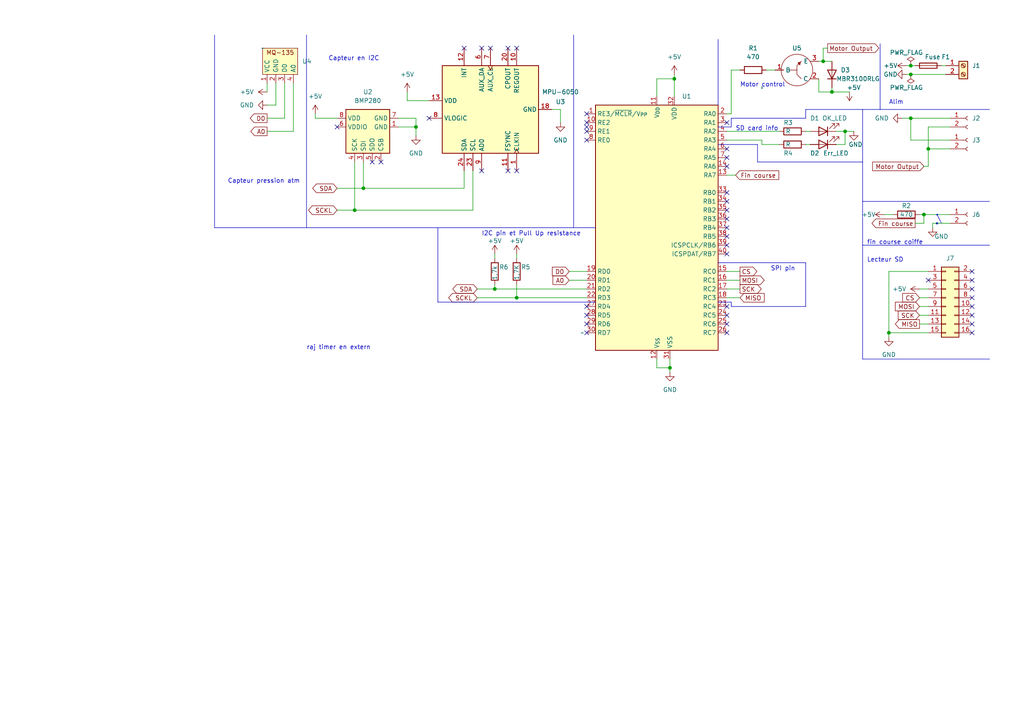
<source format=kicad_sch>
(kicad_sch (version 20230121) (generator eeschema)
  (paper "A4")
  (lib_symbols
    (symbol "Connector:Conn_01x02_Socket" (pin_names (offset 1.016) hide)
      (property "Reference" "J" (at 0 2.54 0))
      (property "Value" "Conn_01x02_Socket" (at 0 -5.08 0))
      (symbol "Conn_01x02_Socket_1_1"
        (arc (start 0 -2.032) (mid -0.5058 -2.54) (end 0 -3.048) (stroke (width 0.1524)))
        (polyline (pts (xy -1.27 -2.54) (xy -0.508 -2.54)) (stroke (width 0.1524)))
        (polyline (pts (xy -1.27 0) (xy -0.508 0)) (stroke (width 0.1524)))
        (arc (start 0 0.508) (mid -0.5058 0) (end 0 -0.508) (stroke (width 0.1524)))
        (pin passive line (at -5.08 0 0) (length 3.81) (name "Pin_1") (number "1"))
        (pin passive line (at -5.08 -2.54 0) (length 3.81) (name "Pin_2") (number "2"))
      )
    )
    (symbol "Connector:Screw_Terminal_01x02" (pin_names (offset 1.016) hide)
      (property "Reference" "J" (at 0 2.54 0))
      (property "Value" "Screw_Terminal_01x02" (at 0 -5.08 0))
      (symbol "Screw_Terminal_01x02_1_1"
        (rectangle (start -1.27 1.27) (end 1.27 -3.81) (stroke (width 0.254)) (fill (type background)))
        (circle (center 0 -2.54) (radius 0.635) (stroke (width 0.1524)))
        (polyline (pts (xy -0.5334 -2.2098) (xy 0.3302 -3.048)) (stroke (width 0.1524)))
        (polyline (pts (xy -0.5334 0.3302) (xy 0.3302 -0.508)) (stroke (width 0.1524)))
        (polyline (pts (xy -0.3556 -2.032) (xy 0.508 -2.8702)) (stroke (width 0.1524)))
        (polyline (pts (xy -0.3556 0.508) (xy 0.508 -0.3302)) (stroke (width 0.1524)))
        (circle (center 0 0) (radius 0.635) (stroke (width 0.1524)))
        (pin passive line (at -5.08 0 0) (length 3.81) (name "Pin_1") (number "1"))
        (pin passive line (at -5.08 -2.54 0) (length 3.81) (name "Pin_2") (number "2"))
      )
    )
    (symbol "Connector_Generic:Conn_02x08_Odd_Even" (pin_names (offset 1.016) hide)
      (property "Reference" "J" (at 1.27 10.16 0))
      (property "Value" "Conn_02x08_Odd_Even" (at 1.27 -12.7 0))
      (symbol "Conn_02x08_Odd_Even_1_1"
        (rectangle (start -1.27 -10.033) (end 0 -10.287) (stroke (width 0.1524)))
        (rectangle (start -1.27 -7.493) (end 0 -7.747) (stroke (width 0.1524)))
        (rectangle (start -1.27 -4.953) (end 0 -5.207) (stroke (width 0.1524)))
        (rectangle (start -1.27 -2.413) (end 0 -2.667) (stroke (width 0.1524)))
        (rectangle (start -1.27 0.127) (end 0 -0.127) (stroke (width 0.1524)))
        (rectangle (start -1.27 2.667) (end 0 2.413) (stroke (width 0.1524)))
        (rectangle (start -1.27 5.207) (end 0 4.953) (stroke (width 0.1524)))
        (rectangle (start -1.27 7.747) (end 0 7.493) (stroke (width 0.1524)))
        (rectangle (start -1.27 8.89) (end 3.81 -11.43) (stroke (width 0.254)) (fill (type background)))
        (rectangle (start 3.81 -10.033) (end 2.54 -10.287) (stroke (width 0.1524)))
        (rectangle (start 3.81 -7.493) (end 2.54 -7.747) (stroke (width 0.1524)))
        (rectangle (start 3.81 -4.953) (end 2.54 -5.207) (stroke (width 0.1524)))
        (rectangle (start 3.81 -2.413) (end 2.54 -2.667) (stroke (width 0.1524)))
        (rectangle (start 3.81 0.127) (end 2.54 -0.127) (stroke (width 0.1524)))
        (rectangle (start 3.81 2.667) (end 2.54 2.413) (stroke (width 0.1524)))
        (rectangle (start 3.81 5.207) (end 2.54 4.953) (stroke (width 0.1524)))
        (rectangle (start 3.81 7.747) (end 2.54 7.493) (stroke (width 0.1524)))
        (pin passive line (at -5.08 7.62 0) (length 3.81) (name "Pin_1") (number "1"))
        (pin passive line (at 7.62 -2.54 180) (length 3.81) (name "Pin_10") (number "10"))
        (pin passive line (at -5.08 -5.08 0) (length 3.81) (name "Pin_11") (number "11"))
        (pin passive line (at 7.62 -5.08 180) (length 3.81) (name "Pin_12") (number "12"))
        (pin passive line (at -5.08 -7.62 0) (length 3.81) (name "Pin_13") (number "13"))
        (pin passive line (at 7.62 -7.62 180) (length 3.81) (name "Pin_14") (number "14"))
        (pin passive line (at -5.08 -10.16 0) (length 3.81) (name "Pin_15") (number "15"))
        (pin passive line (at 7.62 -10.16 180) (length 3.81) (name "Pin_16") (number "16"))
        (pin passive line (at 7.62 7.62 180) (length 3.81) (name "Pin_2") (number "2"))
        (pin passive line (at -5.08 5.08 0) (length 3.81) (name "Pin_3") (number "3"))
        (pin passive line (at 7.62 5.08 180) (length 3.81) (name "Pin_4") (number "4"))
        (pin passive line (at -5.08 2.54 0) (length 3.81) (name "Pin_5") (number "5"))
        (pin passive line (at 7.62 2.54 180) (length 3.81) (name "Pin_6") (number "6"))
        (pin passive line (at -5.08 0 0) (length 3.81) (name "Pin_7") (number "7"))
        (pin passive line (at 7.62 0 180) (length 3.81) (name "Pin_8") (number "8"))
        (pin passive line (at -5.08 -2.54 0) (length 3.81) (name "Pin_9") (number "9"))
      )
    )
    (symbol "Device:D" (pin_numbers hide) (pin_names (offset 1.016) hide)
      (property "Reference" "D" (at 0 2.54 0))
      (property "Value" "D" (at 0 -2.54 0))
      (symbol "D_0_1"
        (polyline (pts (xy -1.27 1.27) (xy -1.27 -1.27)) (stroke (width 0.254)))
        (polyline (pts (xy 1.27 0) (xy -1.27 0)))
        (polyline (pts (xy 1.27 1.27) (xy 1.27 -1.27) (xy -1.27 0) (xy 1.27 1.27)) (stroke (width 0.254)))
      )
      (symbol "D_1_1"
        (pin passive line (at -3.81 0 0) (length 2.54) (name "K") (number "1"))
        (pin passive line (at 3.81 0 180) (length 2.54) (name "A") (number "2"))
      )
    )
    (symbol "Device:Fuse" (pin_numbers hide) (pin_names (offset 0))
      (property "Reference" "F" (at 2.032 0 90))
      (property "Value" "Fuse" (at -1.905 0 90))
      (symbol "Fuse_0_1"
        (rectangle (start -0.762 -2.54) (end 0.762 2.54) (stroke (width 0.254)))
        (polyline (pts (xy 0 2.54) (xy 0 -2.54)))
      )
      (symbol "Fuse_1_1"
        (pin passive line (at 0 3.81 270) (length 1.27) (name "~") (number "1"))
        (pin passive line (at 0 -3.81 90) (length 1.27) (name "~") (number "2"))
      )
    )
    (symbol "Device:LED" (pin_numbers hide) (pin_names (offset 1.016) hide)
      (property "Reference" "D" (at 0 2.54 0))
      (property "Value" "LED" (at 0 -2.54 0))
      (symbol "LED_0_1"
        (polyline (pts (xy -1.27 -1.27) (xy -1.27 1.27)) (stroke (width 0.254)))
        (polyline (pts (xy -1.27 0) (xy 1.27 0)))
        (polyline (pts (xy 1.27 -1.27) (xy 1.27 1.27) (xy -1.27 0) (xy 1.27 -1.27)) (stroke (width 0.254)))
        (polyline (pts (xy -3.048 -0.762) (xy -4.572 -2.286) (xy -3.81 -2.286) (xy -4.572 -2.286) (xy -4.572 -1.524)))
        (polyline (pts (xy -1.778 -0.762) (xy -3.302 -2.286) (xy -2.54 -2.286) (xy -3.302 -2.286) (xy -3.302 -1.524)))
      )
      (symbol "LED_1_1"
        (pin passive line (at -3.81 0 0) (length 2.54) (name "K") (number "1"))
        (pin passive line (at 3.81 0 180) (length 2.54) (name "A") (number "2"))
      )
    )
    (symbol "Device:R" (pin_numbers hide) (pin_names (offset 0))
      (property "Reference" "R" (at 2.032 0 90))
      (property "Value" "R" (at 0 0 90))
      (symbol "R_0_1"
        (rectangle (start -1.016 -2.54) (end 1.016 2.54) (stroke (width 0.254)))
      )
      (symbol "R_1_1"
        (pin passive line (at 0 3.81 270) (length 1.27) (name "~") (number "1"))
        (pin passive line (at 0 -3.81 90) (length 1.27) (name "~") (number "2"))
      )
    )
    (symbol "MyLib:BDX33B_"
      (property "Reference" "U" (at 0 0 0))
      (symbol "BDX33B__1_1"
        (polyline (pts (xy 5.08 -10.16) (xy 5.08 -8.128)))
        (polyline (pts (xy 2.54 -11.43) (xy 3.81 -10.16) (xy 6.35 -10.16) (xy 7.62 -11.43)))
        (polyline (pts (xy 7.4168 -11.2014) (xy 6.5278 -10.9982) (xy 7.1628 -10.4394) (xy 7.3914 -11.1506)) (fill (type outline)))
        (circle (center 5.08 -10.16) (radius 4.5791))
        (pin input line (at 5.08 -3.81 270) (length 2.54) (name "B") (number "1"))
        (pin input line (at 2.54 -16.51 90) (length 2.54) (name "C") (number "2"))
        (pin output line (at 7.62 -16.51 90) (length 2.54) (name "E") (number "3"))
      )
    )
    (symbol "MyLib:MQ135"
      (property "Reference" "U" (at 0 1.27 0))
      (symbol "MQ135_1_1"
        (rectangle (start 0 0) (end 10.16 -7.62) (fill (type background)))
        (text "MQ-135" (at 5.08 -1.27 0) (effects (font (size 1.27 1.27))))
        (pin power_in line (at 1.27 -10.16 90) (length 2.54) (name "VCC") (number "1"))
        (pin power_in line (at 3.81 -10.16 90) (length 2.54) (name "GND") (number "2"))
        (pin output line (at 6.35 -10.16 90) (length 2.54) (name "D0") (number "3"))
        (pin output line (at 8.89 -10.16 90) (length 2.54) (name "A0") (number "4"))
      )
    )
    (symbol "MyLib:PIC16LF1877A"
      (property "Reference" "U" (at 0 0 0))
      (symbol "PIC16LF1877A_0_1"
        (rectangle (start 3.81 66.04) (end 39.37 -5.08) (stroke (width 0.254)) (fill (type background)))
      )
      (symbol "PIC16LF1877A_1_1"
        (pin input line (at 1.27 63.5 0) (length 2.54) (name "RE3/~{MCLR}/V_{PP}") (number "1"))
        (pin bidirectional line (at 1.27 60.96 0) (length 2.54) (name "RE2") (number "10"))
        (pin power_in line (at 21.59 68.58 270) (length 2.54) (name "V_{DD}") (number "11"))
        (pin power_in line (at 21.59 -7.62 90) (length 2.54) (name "V_{SS}") (number "12"))
        (pin bidirectional line (at 41.91 45.72 180) (length 2.54) (name "RA7") (number "13"))
        (pin bidirectional line (at 41.91 48.26 180) (length 2.54) (name "RA6") (number "14"))
        (pin bidirectional line (at 41.91 17.78 180) (length 2.54) (name "RC0") (number "15"))
        (pin bidirectional line (at 41.91 15.24 180) (length 2.54) (name "RC1") (number "16"))
        (pin bidirectional line (at 41.91 12.7 180) (length 2.54) (name "RC2") (number "17"))
        (pin bidirectional line (at 41.91 10.16 180) (length 2.54) (name "RC3") (number "18"))
        (pin bidirectional line (at 1.27 17.78 0) (length 2.54) (name "RD0") (number "19"))
        (pin bidirectional line (at 41.91 63.5 180) (length 2.54) (name "RA0") (number "2"))
        (pin bidirectional line (at 1.27 15.24 0) (length 2.54) (name "RD1") (number "20"))
        (pin bidirectional line (at 1.27 12.7 0) (length 2.54) (name "RD2") (number "21"))
        (pin bidirectional line (at 1.27 10.16 0) (length 2.54) (name "RD3") (number "22"))
        (pin bidirectional line (at 41.91 7.62 180) (length 2.54) (name "RC4") (number "23"))
        (pin bidirectional line (at 41.91 5.08 180) (length 2.54) (name "RC5") (number "24"))
        (pin bidirectional line (at 41.91 2.54 180) (length 2.54) (name "RC6") (number "25"))
        (pin bidirectional line (at 41.91 0 180) (length 2.54) (name "RC7") (number "26"))
        (pin bidirectional line (at 1.27 7.62 0) (length 2.54) (name "RD4") (number "27"))
        (pin bidirectional line (at 1.27 5.08 0) (length 2.54) (name "RD5") (number "28"))
        (pin bidirectional line (at 1.27 2.54 0) (length 2.54) (name "RD6") (number "29"))
        (pin bidirectional line (at 41.91 60.96 180) (length 2.54) (name "RA1") (number "3"))
        (pin bidirectional line (at 1.27 0 0) (length 2.54) (name "RD7") (number "30"))
        (pin power_in line (at 25.4 -7.62 90) (length 2.54) (name "VSS") (number "31"))
        (pin passive line (at 21.59 -7.62 90) (length 2.54) hide (name "V_{SS}") (number "31"))
        (pin power_in line (at 26.67 68.58 270) (length 2.54) (name "VDD") (number "32"))
        (pin passive line (at 21.59 68.58 270) (length 2.54) hide (name "V_{DD}") (number "32"))
        (pin bidirectional line (at 41.91 40.64 180) (length 2.54) (name "RB0") (number "33"))
        (pin bidirectional line (at 41.91 38.1 180) (length 2.54) (name "RB1") (number "34"))
        (pin bidirectional line (at 41.91 35.56 180) (length 2.54) (name "RB2") (number "35"))
        (pin bidirectional line (at 41.91 33.02 180) (length 2.54) (name "RB3") (number "36"))
        (pin bidirectional line (at 41.91 30.48 180) (length 2.54) (name "RB4") (number "37"))
        (pin bidirectional line (at 41.91 27.94 180) (length 2.54) (name "RB5") (number "38"))
        (pin bidirectional line (at 41.91 25.4 180) (length 2.54) (name "ICSPCLK/RB6") (number "39"))
        (pin bidirectional line (at 41.91 58.42 180) (length 2.54) (name "RA2") (number "4"))
        (pin bidirectional line (at 41.91 22.86 180) (length 2.54) (name "ICSPDAT/RB7") (number "40"))
        (pin bidirectional line (at 41.91 55.88 180) (length 2.54) (name "RA3") (number "5"))
        (pin bidirectional line (at 41.91 53.34 180) (length 2.54) (name "RA4") (number "6"))
        (pin bidirectional line (at 41.91 50.8 180) (length 2.54) (name "RA5") (number "7"))
        (pin bidirectional line (at 1.27 55.88 0) (length 2.54) (name "RE0") (number "8"))
        (pin bidirectional line (at 1.27 58.42 0) (length 2.54) (name "RE1") (number "9"))
      )
    )
    (symbol "Sensor_Motion:MPU-6050"
      (property "Reference" "U" (at -11.43 13.97 0))
      (property "Value" "MPU-6050" (at 7.62 -15.24 0))
      (symbol "MPU-6050_0_0"
        (text "" (at 12.7 -2.54 0) (effects (font (size 1.27 1.27))))
      )
      (symbol "MPU-6050_0_1"
        (rectangle (start -12.7 13.97) (end 12.7 -13.97) (stroke (width 0.254)) (fill (type background)))
      )
      (symbol "MPU-6050_1_1"
        (pin input clock (at -17.78 -7.62 0) (length 5.08) (name "CLKIN") (number "1"))
        (pin passive line (at 17.78 -7.62 180) (length 5.08) (name "REGOUT") (number "10"))
        (pin input line (at -17.78 -5.08 0) (length 5.08) (name "FSYNC") (number "11"))
        (pin output line (at 17.78 7.62 180) (length 5.08) (name "INT") (number "12"))
        (pin power_in line (at 2.54 17.78 270) (length 3.81) (name "VDD") (number "13"))
        (pin no_connect line (at -12.7 -10.16 0) (length 2.54) hide (name "NC") (number "14"))
        (pin no_connect line (at 12.7 12.7 180) (length 2.54) hide (name "NC") (number "15"))
        (pin no_connect line (at 12.7 10.16 180) (length 2.54) hide (name "NC") (number "16"))
        (pin no_connect line (at 12.7 5.08 180) (length 2.54) hide (name "NC") (number "17"))
        (pin power_in line (at 0 -17.78 90) (length 3.81) (name "GND") (number "18"))
        (pin no_connect line (at 12.7 -10.16 180) (length 2.54) hide (name "RESV") (number "19"))
        (pin no_connect line (at -12.7 12.7 0) (length 2.54) hide (name "NC") (number "2"))
        (pin passive line (at 17.78 -5.08 180) (length 5.08) (name "CPOUT") (number "20"))
        (pin no_connect line (at 12.7 -2.54 180) (length 2.54) hide (name "RESV") (number "21"))
        (pin no_connect line (at 12.7 -12.7 180) (length 2.54) hide (name "RESV") (number "22"))
        (pin input line (at -17.78 5.08 0) (length 5.08) (name "SCL") (number "23"))
        (pin bidirectional line (at -17.78 7.62 0) (length 5.08) (name "SDA") (number "24"))
        (pin no_connect line (at -12.7 10.16 0) (length 2.54) hide (name "NC") (number "3"))
        (pin no_connect line (at -12.7 0 0) (length 2.54) hide (name "NC") (number "4"))
        (pin no_connect line (at -12.7 -2.54 0) (length 2.54) hide (name "NC") (number "5"))
        (pin bidirectional line (at 17.78 2.54 180) (length 5.08) (name "AUX_DA") (number "6"))
        (pin output clock (at 17.78 0 180) (length 5.08) (name "AUX_CL") (number "7"))
        (pin power_in line (at -2.54 17.78 270) (length 3.81) (name "VLOGIC") (number "8"))
        (pin input line (at -17.78 2.54 0) (length 5.08) (name "AD0") (number "9"))
      )
    )
    (symbol "Sensor_Pressure:BMP280"
      (property "Reference" "U" (at -7.62 10.16 0))
      (property "Value" "BMP280" (at 5.08 10.16 0))
      (symbol "BMP280_0_1"
        (rectangle (start -7.62 -5.08) (end 5.08 7.62) (stroke (width 0.254)) (fill (type background)))
      )
      (symbol "BMP280_1_1"
        (pin power_in line (at 0 -7.62 90) (length 2.54) (name "GND") (number "1"))
        (pin input line (at -10.16 -2.54 0) (length 2.54) (name "CSB") (number "2"))
        (pin bidirectional line (at -10.16 2.54 0) (length 2.54) (name "SDI") (number "3"))
        (pin input line (at -10.16 5.08 0) (length 2.54) (name "SCK") (number "4"))
        (pin bidirectional line (at -10.16 0 0) (length 2.54) (name "SDO") (number "5"))
        (pin power_in line (at 0 10.16 270) (length 2.54) (name "VDDIO") (number "6"))
        (pin power_in line (at 2.54 -7.62 90) (length 2.54) (name "GND") (number "7"))
        (pin power_in line (at 2.54 10.16 270) (length 2.54) (name "VDD") (number "8"))
      )
    )
    (symbol "power:+5V" (power) (pin_names (offset 0))
      (property "Value" "+5V" (at 0 3.556 0))
      (symbol "+5V_0_1"
        (polyline (pts (xy -0.762 1.27) (xy 0 2.54)))
        (polyline (pts (xy 0 0) (xy 0 2.54)))
        (polyline (pts (xy 0 2.54) (xy 0.762 1.27)))
      )
      (symbol "+5V_1_1"
        (pin power_in line (at 0 0 90) (length 0) hide (name "+5V") (number "1"))
      )
    )
    (symbol "power:GND" (power) (pin_names (offset 0))
      (property "Value" "GND" (at 0 -3.81 0))
      (symbol "GND_0_1"
        (polyline (pts (xy 0 0) (xy 0 -1.27) (xy 1.27 -1.27) (xy 0 -2.54) (xy -1.27 -1.27) (xy 0 -1.27)))
      )
      (symbol "GND_1_1"
        (pin power_in line (at 0 0 270) (length 0) hide (name "GND") (number "1"))
      )
    )
    (symbol "power:PWR_FLAG" (power) (pin_numbers hide) (pin_names (offset 0) hide)
      (property "Value" "PWR_FLAG" (at 0 3.81 0))
      (symbol "PWR_FLAG_0_0"
        (pin power_out line (at 0 0 90) (length 0) (name "pwr") (number "1"))
      )
      (symbol "PWR_FLAG_0_1"
        (polyline (pts (xy 0 0) (xy 0 1.27) (xy -1.016 1.905) (xy 0 2.54) (xy 1.016 1.905) (xy 0 1.27)))
      )
    )
  )
  (junction (at 264.16 21.59))
  (junction (at 194.31 106.68))
  (junction (at 267.97 62.23))
  (junction (at 238.76 17.78))
  (junction (at 264.16 19.05))
  (junction (at 120.65 36.83))
  (junction (at 241.3 26.67))
  (junction (at 257.81 96.52))
  (junction (at 143.51 83.82))
  (junction (at 245.11 38.1))
  (junction (at 102.87 60.96))
  (junction (at 105.41 54.61))
  (junction (at 264.16 34.29))
  (junction (at 269.24 43.18))
  (junction (at 149.86 86.36))
  (junction (at 195.58 22.86))
  (no_connect (at 210.82 63.5))
  (no_connect (at 147.32 13.97))
  (no_connect (at 210.82 96.52))
  (no_connect (at 142.24 13.97))
  (no_connect (at 281.94 81.28))
  (no_connect (at 149.86 49.53))
  (no_connect (at 210.82 55.88))
  (no_connect (at 170.18 88.9))
  (no_connect (at 210.82 45.72))
  (no_connect (at 210.82 48.26))
  (no_connect (at 210.82 71.12))
  (no_connect (at 170.18 40.64))
  (no_connect (at 134.62 13.97))
  (no_connect (at 210.82 43.18))
  (no_connect (at 210.82 73.66))
  (no_connect (at 170.18 38.1))
  (no_connect (at 139.7 49.53))
  (no_connect (at 170.18 91.44))
  (no_connect (at 97.79 36.83))
  (no_connect (at 210.82 88.9))
  (no_connect (at 281.94 86.36))
  (no_connect (at 281.94 83.82))
  (no_connect (at 170.18 96.52))
  (no_connect (at 170.18 36.83))
  (no_connect (at 210.82 93.98))
  (no_connect (at 170.18 93.98))
  (no_connect (at 124.46 34.29))
  (no_connect (at 281.94 78.74))
  (no_connect (at 269.24 81.28))
  (no_connect (at 147.32 49.53))
  (no_connect (at 210.82 66.04))
  (no_connect (at 281.94 93.98))
  (no_connect (at 149.86 13.97))
  (no_connect (at 281.94 96.52))
  (no_connect (at 281.94 91.44))
  (no_connect (at 210.82 60.96))
  (no_connect (at 210.82 35.56))
  (no_connect (at 110.49 46.99))
  (no_connect (at 210.82 58.42))
  (no_connect (at 107.95 46.99))
  (no_connect (at 210.82 68.58))
  (no_connect (at 170.18 33.02))
  (no_connect (at 210.82 91.44))
  (no_connect (at 170.18 35.56))
  (no_connect (at 281.94 88.9))
  (no_connect (at 139.7 13.97))
  (polyline (pts (xy 127 87.63) (xy 127 66.04)))
  (wire (pts (xy 190.5 27.94) (xy 190.5 22.86)))
  (polyline (pts (xy 250.19 46.99) (xy 219.71 46.99)))
  (wire (pts (xy 267.97 48.26) (xy 269.24 48.26)))
  (wire (pts (xy 269.24 36.83) (xy 275.59 36.83)))
  (polyline (pts (xy 233.68 88.9) (xy 212.09 88.9)))
  (wire (pts (xy 257.81 78.74) (xy 269.24 78.74)))
  (wire (pts (xy 149.86 86.36) (xy 170.18 86.36)))
  (polyline (pts (xy 212.09 88.9) (xy 212.09 87.63)))
  (wire (pts (xy 120.65 36.83) (xy 120.65 34.29)))
  (wire (pts (xy 138.43 86.36) (xy 149.86 86.36)))
  (wire (pts (xy 238.76 13.97) (xy 238.76 17.78)))
  (polyline (pts (xy 250.19 31.75) (xy 255.27 31.75)))
  (polyline (pts (xy 250.19 31.75) (xy 250.19 46.99)))
  (wire (pts (xy 124.46 29.21) (xy 118.11 29.21)))
  (polyline (pts (xy 233.68 31.75) (xy 250.19 31.75)))
  (wire (pts (xy 238.76 17.78) (xy 237.49 17.78)))
  (polyline (pts (xy 250.19 58.42) (xy 250.19 46.99)))
  (wire (pts (xy 241.3 26.67) (xy 246.38 26.67)))
  (wire (pts (xy 162.56 31.75) (xy 162.56 35.56)))
  (wire (pts (xy 120.65 34.29) (xy 115.57 34.29)))
  (wire (pts (xy 143.51 73.66) (xy 143.51 74.93)))
  (wire (pts (xy 238.76 17.78) (xy 241.3 17.78)))
  (wire (pts (xy 264.16 21.59) (xy 274.32 21.59)))
  (wire (pts (xy 115.57 36.83) (xy 120.65 36.83)))
  (wire (pts (xy 262.89 21.59) (xy 264.16 21.59)))
  (wire (pts (xy 85.09 24.13) (xy 85.09 38.1)))
  (wire (pts (xy 257.81 96.52) (xy 257.81 78.74)))
  (polyline (pts (xy 250.19 71.12) (xy 250.19 58.42)))
  (polyline (pts (xy 271.78 62.23) (xy 273.05 64.77)))
  (wire (pts (xy 120.65 39.37) (xy 120.65 36.83)))
  (polyline (pts (xy 212.09 36.83) (xy 212.09 34.29)))
  (polyline (pts (xy 287.02 104.14) (xy 250.19 104.14)))
  (wire (pts (xy 270.51 64.77) (xy 275.59 64.77)))
  (polyline (pts (xy 250.19 104.14) (xy 250.19 71.12)))
  (polyline (pts (xy 233.68 76.2) (xy 233.68 88.9)))
  (wire (pts (xy 269.24 36.83) (xy 269.24 43.18)))
  (wire (pts (xy 242.57 41.91) (xy 245.11 41.91)))
  (wire (pts (xy 105.41 46.99) (xy 105.41 54.61)))
  (wire (pts (xy 102.87 46.99) (xy 102.87 60.96)))
  (polyline (pts (xy 255.27 31.75) (xy 255.27 31.75)))
  (wire (pts (xy 82.55 34.29) (xy 82.55 24.13)))
  (wire (pts (xy 91.44 34.29) (xy 91.44 33.02)))
  (wire (pts (xy 267.97 62.23) (xy 275.59 62.23)))
  (wire (pts (xy 266.7 83.82) (xy 269.24 83.82)))
  (wire (pts (xy 195.58 22.86) (xy 195.58 27.94)))
  (wire (pts (xy 210.82 38.1) (xy 226.06 38.1)))
  (wire (pts (xy 245.11 38.1) (xy 245.11 41.91)))
  (wire (pts (xy 138.43 83.82) (xy 143.51 83.82)))
  (wire (pts (xy 270.51 66.04) (xy 270.51 64.77)))
  (wire (pts (xy 257.81 96.52) (xy 257.81 97.79)))
  (wire (pts (xy 143.51 82.55) (xy 143.51 83.82)))
  (wire (pts (xy 190.5 106.68) (xy 190.5 104.14)))
  (wire (pts (xy 266.7 88.9) (xy 269.24 88.9)))
  (polyline (pts (xy 212.09 34.29) (xy 233.68 34.29)))
  (polyline (pts (xy 208.28 87.63) (xy 212.09 87.63)))
  (wire (pts (xy 118.11 29.21) (xy 118.11 26.67)))
  (polyline (pts (xy 166.37 10.16) (xy 166.37 66.04)))
  (wire (pts (xy 143.51 83.82) (xy 170.18 83.82)))
  (wire (pts (xy 266.7 62.23) (xy 267.97 62.23)))
  (polyline (pts (xy 233.68 34.29) (xy 233.68 31.75)))
  (wire (pts (xy 275.59 43.18) (xy 269.24 43.18)))
  (wire (pts (xy 233.68 38.1) (xy 234.95 38.1)))
  (polyline (pts (xy 208.28 41.91) (xy 219.71 41.91)))
  (wire (pts (xy 194.31 106.68) (xy 194.31 107.95)))
  (polyline (pts (xy 208.28 36.83) (xy 212.09 36.83)))
  (wire (pts (xy 190.5 22.86) (xy 195.58 22.86)))
  (wire (pts (xy 240.03 13.97) (xy 238.76 13.97)))
  (wire (pts (xy 194.31 104.14) (xy 194.31 106.68)))
  (wire (pts (xy 226.06 41.91) (xy 220.98 41.91)))
  (wire (pts (xy 214.63 83.82) (xy 210.82 83.82)))
  (wire (pts (xy 149.86 73.66) (xy 149.86 74.93)))
  (polyline (pts (xy 166.37 66.04) (xy 172.72 66.04)))
  (polyline (pts (xy 88.9 10.16) (xy 88.9 66.04)))
  (wire (pts (xy 242.57 38.1) (xy 245.11 38.1)))
  (polyline (pts (xy 287.02 58.42) (xy 250.19 58.42)))
  (polyline (pts (xy 287.02 71.12) (xy 250.19 71.12)))
  (wire (pts (xy 241.3 26.67) (xy 237.49 26.67)))
  (wire (pts (xy 233.68 41.91) (xy 234.95 41.91)))
  (wire (pts (xy 97.79 34.29) (xy 91.44 34.29)))
  (wire (pts (xy 213.36 50.8) (xy 210.82 50.8)))
  (wire (pts (xy 160.02 31.75) (xy 162.56 31.75)))
  (wire (pts (xy 261.62 34.29) (xy 264.16 34.29)))
  (wire (pts (xy 212.09 33.02) (xy 210.82 33.02)))
  (wire (pts (xy 165.1 81.28) (xy 170.18 81.28)))
  (wire (pts (xy 264.16 40.64) (xy 275.59 40.64)))
  (wire (pts (xy 77.47 24.13) (xy 77.47 26.67)))
  (polyline (pts (xy 62.23 10.16) (xy 62.23 66.04)))
  (wire (pts (xy 214.63 81.28) (xy 210.82 81.28)))
  (polyline (pts (xy 127 87.63) (xy 172.72 87.63)))
  (polyline (pts (xy 255.27 12.7) (xy 255.27 31.75)))
  (wire (pts (xy 269.24 48.26) (xy 269.24 43.18)))
  (wire (pts (xy 149.86 82.55) (xy 149.86 86.36)))
  (wire (pts (xy 214.63 78.74) (xy 210.82 78.74)))
  (wire (pts (xy 105.41 54.61) (xy 134.62 54.61)))
  (wire (pts (xy 266.7 86.36) (xy 269.24 86.36)))
  (wire (pts (xy 220.98 41.91) (xy 220.98 40.64)))
  (wire (pts (xy 210.82 40.64) (xy 220.98 40.64)))
  (wire (pts (xy 85.09 38.1) (xy 77.47 38.1)))
  (polyline (pts (xy 88.9 66.04) (xy 62.23 66.04)))
  (wire (pts (xy 241.3 25.4) (xy 241.3 26.67)))
  (wire (pts (xy 77.47 30.48) (xy 80.01 30.48)))
  (wire (pts (xy 194.31 106.68) (xy 190.5 106.68)))
  (wire (pts (xy 165.1 78.74) (xy 170.18 78.74)))
  (wire (pts (xy 264.16 34.29) (xy 275.59 34.29)))
  (wire (pts (xy 134.62 54.61) (xy 134.62 49.53)))
  (polyline (pts (xy 219.71 46.99) (xy 219.71 41.91)))
  (wire (pts (xy 259.08 62.23) (xy 256.4384 62.23)))
  (wire (pts (xy 77.47 34.29) (xy 82.55 34.29)))
  (wire (pts (xy 265.43 64.77) (xy 267.97 64.77)))
  (wire (pts (xy 97.79 60.96) (xy 102.87 60.96)))
  (wire (pts (xy 214.63 86.36) (xy 210.82 86.36)))
  (wire (pts (xy 264.16 34.29) (xy 264.16 40.64)))
  (wire (pts (xy 137.16 60.96) (xy 137.16 49.53)))
  (wire (pts (xy 237.49 26.67) (xy 237.49 22.86)))
  (wire (pts (xy 264.16 19.05) (xy 262.89 19.05)))
  (wire (pts (xy 102.87 60.96) (xy 137.16 60.96)))
  (wire (pts (xy 267.97 64.77) (xy 267.97 62.23)))
  (polyline (pts (xy 255.27 31.75) (xy 287.02 31.75)))
  (wire (pts (xy 245.11 38.1) (xy 247.65 38.1)))
  (wire (pts (xy 212.09 20.32) (xy 212.09 33.02)))
  (polyline (pts (xy 208.28 11.43) (xy 208.28 30.48)))
  (polyline (pts (xy 166.37 66.04) (xy 88.9 66.04)))
  (wire (pts (xy 97.79 54.61) (xy 105.41 54.61)))
  (wire (pts (xy 266.7 93.98) (xy 269.24 93.98)))
  (wire (pts (xy 212.09 20.32) (xy 214.63 20.32)))
  (wire (pts (xy 80.01 30.48) (xy 80.01 24.13)))
  (wire (pts (xy 273.05 19.05) (xy 274.32 19.05)))
  (wire (pts (xy 269.24 96.52) (xy 257.81 96.52)))
  (wire (pts (xy 266.7 91.44) (xy 269.24 91.44)))
  (polyline (pts (xy 208.28 76.2) (xy 233.68 76.2)))
  (wire (pts (xy 222.25 20.32) (xy 224.79 20.32)))
  (wire (pts (xy 195.58 21.59) (xy 195.58 22.86)))
  (wire (pts (xy 264.16 19.05) (xy 265.43 19.05)))
  (circle (center 271.8054 62.2554) (radius 0.1545) (fill (type color) (color 0 0 194 1)))
  (circle (center 271.78 64.77) (radius 0.2342) (fill (type color) (color 0 0 194 1)))
  (text "Capteur pression atm" (at 66.04 53.34 0) (effects (font (size 1.27 1.27)) (justify left bottom)))
  (text "I2C pin et Pull Up resistance" (at 139.7 68.58 0) (effects (font (size 1.27 1.27)) (justify left bottom)))
  (text "raj timer en extern " (at 88.9 101.6 0) (effects (font (size 1.27 1.27)) (justify left bottom)))
  (text "Motor control" (at 214.63 25.4 0) (effects (font (size 1.27 1.27)) (justify left bottom)))
  (text "SD card info\n" (at 213.36 38.1 0) (effects (font (size 1.27 1.27)) (justify left bottom)))
  (text "fin course coiffe\n" (at 251.46 71.12 0) (effects (font (size 1.27 1.27)) (justify left bottom)))
  (text "Lecteur SD" (at 251.46 76.2 0) (effects (font (size 1.27 1.27)) (justify left bottom)))
  (text "Alim" (at 257.81 30.48 0) (effects (font (size 1.27 1.27)) (justify left bottom)))
  (text "Capteur en I2C" (at 95.25 17.78 0) (effects (font (size 1.27 1.27)) (justify left bottom)))
  (text "SPI pin\n" (at 223.52 78.74 0) (effects (font (size 1.27 1.27)) (justify left bottom)))
  (global_label "Motor Output" (shape input) (at 267.97 48.26 180) (property "Intersheetrefs" "${INTERSHEET_REFS}" (effects hide)))
  (global_label "A0" (shape output) (at 77.47 38.1 180) (property "Intersheetrefs" "${INTERSHEET_REFS}" (effects hide)))
  (global_label "D0" (shape input) (at 165.1 78.74 180) (property "Intersheetrefs" "${INTERSHEET_REFS}" (effects hide)))
  (global_label "MOSI" (shape input) (at 266.7 88.9 180) (property "Intersheetrefs" "${INTERSHEET_REFS}" (effects hide)))
  (global_label "CS" (shape output) (at 214.63 78.74 0) (property "Intersheetrefs" "${INTERSHEET_REFS}" (effects hide)))
  (global_label "Fin course" (shape input) (at 213.36 50.8 0) (property "Intersheetrefs" "${INTERSHEET_REFS}" (effects hide)))
  (global_label "MOSI" (shape output) (at 214.63 81.28 0) (property "Intersheetrefs" "${INTERSHEET_REFS}" (effects hide)))
  (global_label "MISO" (shape input) (at 214.63 86.36 0) (property "Intersheetrefs" "${INTERSHEET_REFS}" (effects hide)))
  (global_label "A0" (shape input) (at 165.1 81.28 180) (property "Intersheetrefs" "${INTERSHEET_REFS}" (effects hide)))
  (global_label "SCKL" (shape bidirectional) (at 138.43 86.36 180) (property "Intersheetrefs" "${INTERSHEET_REFS}" (effects hide)))
  (global_label "CS" (shape input) (at 266.7 86.36 180) (property "Intersheetrefs" "${INTERSHEET_REFS}" (effects hide)))
  (global_label "SDA" (shape bidirectional) (at 138.43 83.82 180) (property "Intersheetrefs" "${INTERSHEET_REFS}" (effects hide)))
  (global_label "SCK" (shape input) (at 266.7 91.44 180) (property "Intersheetrefs" "${INTERSHEET_REFS}" (effects hide)))
  (global_label "SCKL" (shape bidirectional) (at 97.79 60.96 180) (property "Intersheetrefs" "${INTERSHEET_REFS}" (effects hide)))
  (global_label "SDA" (shape bidirectional) (at 97.79 54.61 180) (property "Intersheetrefs" "${INTERSHEET_REFS}" (effects hide)))
  (global_label "SCK" (shape output) (at 214.63 83.82 0) (property "Intersheetrefs" "${INTERSHEET_REFS}" (effects hide)))
  (global_label "Motor Output" (shape output) (at 240.03 13.97 0) (property "Intersheetrefs" "${INTERSHEET_REFS}" (effects hide)))
  (global_label "MISO" (shape output) (at 266.7 93.98 180) (property "Intersheetrefs" "${INTERSHEET_REFS}" (effects hide)))
  (global_label "Fin course" (shape output) (at 265.43 64.77 180) (property "Intersheetrefs" "${INTERSHEET_REFS}" (effects hide)))
  (global_label "D0" (shape output) (at 77.47 34.29 180) (property "Intersheetrefs" "${INTERSHEET_REFS}" (effects hide)))
  (symbol (lib_id "Device:D") (at 241.3 21.59 90) (unit 1)
    (property "Reference" "D3" (at 243.84 20.32 90) (effects (justify right)))
    (property "Value" "MBR3100RLG " (at 242.57 22.86 90) (effects (justify right)))
    (property "Sim.Device" "D" (effects hide))
    (property "Sim.Pins" "1=K 2=A" (effects hide))
  )
  (symbol (lib_id "Device:Fuse") (at 269.24 19.05 90) (unit 1)
    (property "Reference" "F1" (at 274.32 16.51 90))
    (property "Value" "Fuse" (at 270.51 16.51 90))
  )
  (symbol (lib_id "MyLib:PIC16LF1877A") (at 168.91 96.52 0) (unit 1)
    (property "Reference" "U1" (at 197.7741 27.94 0) (effects (justify left)))
    (property "Value" "~" (at 168.91 96.52 0))
  )
  (symbol (lib_id "power:+5V") (at 266.7 83.82 90) (unit 1)
    (property "Reference" "#PWR015" (effects hide))
    (property "Value" "+5V" (at 262.89 83.82 90) (effects (justify left)))
  )
  (symbol (lib_id "Device:R") (at 218.44 20.32 90) (unit 1)
    (property "Reference" "R1" (at 218.44 13.97 90))
    (property "Value" "470" (at 218.44 16.51 90))
  )
  (symbol (lib_id "power:GND") (at 120.65 39.37 0) (unit 1)
    (property "Reference" "#PWR01" (effects hide))
    (property "Value" "GND" (at 120.65 44.45 0))
  )
  (symbol (lib_id "Device:R") (at 262.89 62.23 90) (unit 1)
    (property "Reference" "R2" (at 262.89 59.69 90))
    (property "Value" "470" (at 262.89 62.23 90))
  )
  (symbol (lib_id "Device:R") (at 229.87 41.91 90) (unit 1)
    (property "Reference" "R4" (at 228.6 44.45 90))
    (property "Value" "R" (at 228.6 41.91 90))
  )
  (symbol (lib_id "power:+5V") (at 91.44 33.02 0) (unit 1)
    (property "Reference" "#PWR02" (effects hide))
    (property "Value" "+5V" (at 91.44 27.94 0))
  )
  (symbol (lib_id "power:+5V") (at 195.58 21.59 0) (unit 1)
    (property "Reference" "#PWR019" (effects hide))
    (property "Value" "+5V" (at 195.58 16.51 0))
  )
  (symbol (lib_id "power:+5V") (at 262.89 19.05 90) (unit 1)
    (property "Reference" "#PWR08" (effects hide))
    (property "Value" "+5V" (at 260.35 19.05 90) (effects (justify left)))
  )
  (symbol (lib_id "Connector:Conn_01x02_Socket") (at 280.67 34.29 0) (unit 1)
    (property "Reference" "J2" (at 281.94 34.29 0) (effects (justify left)))
    (property "Value" "Conn_01x02_Socket" (effects hide))
  )
  (symbol (lib_id "Device:R") (at 143.51 78.74 0) (unit 1)
    (property "Reference" "R6" (at 144.78 77.47 0) (effects (justify left)))
    (property "Value" "1,7k" (at 143.51 81.28 90) (effects (justify left)))
  )
  (symbol (lib_id "power:+5V") (at 77.47 26.67 90) (unit 1)
    (property "Reference" "#PWR05" (effects hide))
    (property "Value" "+5V" (at 73.66 26.67 90) (effects (justify left)))
  )
  (symbol (lib_id "power:GND") (at 257.81 97.79 0) (unit 1)
    (property "Reference" "#PWR013" (effects hide))
    (property "Value" "GND" (at 257.81 102.87 0))
  )
  (symbol (lib_id "MyLib:BDX33B_") (at 220.98 25.4 90) (unit 1)
    (property "Reference" "U5" (at 231.14 13.97 90))
    (property "Value" "~" (at 220.98 25.4 0))
  )
  (symbol (lib_id "power:GND") (at 262.89 21.59 270) (unit 1)
    (property "Reference" "#PWR07" (effects hide))
    (property "Value" "GND" (at 260.35 21.59 90) (effects (justify right)))
  )
  (symbol (lib_id "Sensor_Pressure:BMP280") (at 107.95 36.83 90) (unit 1)
    (property "Reference" "U2" (at 106.68 26.67 90))
    (property "Value" "BMP280" (at 106.68 29.21 90))
    (property "Footprint" "Package_LGA:Bosch_LGA-8_2x2.5mm_P0.65mm_ClockwisePinNumbering" (effects hide))
    (property "Datasheet" "https://ae-bst.resource.bosch.com/media/_tech/media/datasheets/BST-BMP280-DS001.pdf" (effects hide))
  )
  (symbol (lib_id "Sensor_Motion:MPU-6050") (at 142.24 31.75 90) (unit 1)
    (property "Reference" "U3" (at 162.56 29.5341 90))
    (property "Value" "MPU-6050" (at 162.56 26.67 90))
    (property "Footprint" "Sensor_Motion:InvenSense_QFN-24_4x4mm_P0.5mm" (effects hide))
    (property "Datasheet" "https://invensense.tdk.com/wp-content/uploads/2015/02/MPU-6000-Datasheet1.pdf" (effects hide))
  )
  (symbol (lib_id "power:GND") (at 247.65 38.1 0) (unit 1)
    (property "Reference" "#PWR014" (effects hide))
    (property "Value" "GND" (at 250.19 41.91 0) (effects (justify right)))
  )
  (symbol (lib_id "power:GND") (at 270.51 66.04 0) (unit 1)
    (property "Reference" "#PWR012" (effects hide))
    (property "Value" "GND" (at 273.05 68.58 0))
  )
  (symbol (lib_id "Device:R") (at 149.86 78.74 0) (unit 1)
    (property "Reference" "R5" (at 151.13 77.47 0) (effects (justify left)))
    (property "Value" "1,7K" (at 149.86 81.28 90) (effects (justify left)))
  )
  (symbol (lib_id "MyLib:MQ135") (at 76.2 13.97 0) (unit 1)
    (property "Reference" "U4" (at 87.63 17.78 0) (effects (justify left)))
    (property "Value" "~" (at 76.2 13.97 0))
  )
  (symbol (lib_id "Connector:Screw_Terminal_01x02") (at 279.4 19.05 0) (unit 1)
    (property "Reference" "J1" (at 281.94 19.05 0) (effects (justify left)))
    (property "Value" "Screw_Terminal_01x02" (effects hide))
  )
  (symbol (lib_id "power:+5V") (at 143.51 73.66 0) (unit 1)
    (property "Reference" "#PWR017" (effects hide))
    (property "Value" "+5V" (at 143.51 69.85 0))
  )
  (symbol (lib_id "Connector:Conn_01x02_Socket") (at 280.67 62.23 0) (unit 1)
    (property "Reference" "J6" (at 281.94 62.23 0) (effects (justify left)))
    (property "Value" "Conn_01x02_Socket" (effects hide))
  )
  (symbol (lib_id "Connector_Generic:Conn_02x08_Odd_Even") (at 274.32 86.36 0) (unit 1)
    (property "Reference" "J7" (at 275.59 74.93 0))
    (property "Value" "Conn_02x08_Odd_Even" (effects hide))
  )
  (symbol (lib_id "power:PWR_FLAG") (at 264.16 21.59 180) (unit 1)
    (property "Reference" "#FLG02" (effects hide))
    (property "Value" "PWR_FLAG" (at 262.89 25.4 0))
  )
  (symbol (lib_id "power:PWR_FLAG") (at 264.16 19.05 0) (unit 1)
    (property "Reference" "#FLG01" (effects hide))
    (property "Value" "PWR_FLAG" (at 262.89 15.24 0))
  )
  (symbol (lib_id "power:+5V") (at 246.38 26.67 180) (unit 1)
    (property "Reference" "#PWR010" (effects hide))
    (property "Value" "+5V" (at 247.65 25.4 0))
  )
  (symbol (lib_id "Connector:Conn_01x02_Socket") (at 280.67 40.64 0) (unit 1)
    (property "Reference" "J3" (at 281.94 40.64 0) (effects (justify left)))
    (property "Value" "Conn_01x02_Socket" (effects hide))
  )
  (symbol (lib_id "power:+5V") (at 256.4384 62.23 90) (unit 1)
    (property "Reference" "#PWR011" (effects hide))
    (property "Value" "+5V" (at 254 62.23 90) (effects (justify left)))
  )
  (symbol (lib_id "Device:LED") (at 238.76 38.1 180) (unit 1)
    (property "Reference" "D1" (at 234.95 34.29 0) (effects (justify right)))
    (property "Value" " OK_LED" (at 237.49 34.29 0) (effects (justify right)))
  )
  (symbol (lib_id "Device:R") (at 229.87 38.1 270) (unit 1)
    (property "Reference" "R3" (at 228.6 35.56 90))
    (property "Value" "R" (at 228.6 38.1 90))
  )
  (symbol (lib_id "power:+5V") (at 118.11 26.67 0) (unit 1)
    (property "Reference" "#PWR04" (effects hide))
    (property "Value" "+5V" (at 118.11 21.59 0))
  )
  (symbol (lib_id "power:GND") (at 194.31 107.95 0) (unit 1)
    (property "Reference" "#PWR018" (effects hide))
    (property "Value" "GND" (at 194.31 113.03 0))
  )
  (symbol (lib_id "power:GND") (at 77.47 30.48 270) (unit 1)
    (property "Reference" "#PWR06" (effects hide))
    (property "Value" "GND" (at 73.66 30.48 90) (effects (justify right)))
  )
  (symbol (lib_id "power:GND") (at 162.56 35.56 0) (unit 1)
    (property "Reference" "#PWR03" (effects hide))
    (property "Value" "GND" (at 162.56 40.64 0))
  )
  (symbol (lib_id "power:GND") (at 261.62 34.29 270) (unit 1)
    (property "Reference" "#PWR09" (effects hide))
    (property "Value" "GND" (at 257.81 34.29 90) (effects (justify right)))
  )
  (symbol (lib_id "power:+5V") (at 149.86 73.66 0) (unit 1)
    (property "Reference" "#PWR016" (effects hide))
    (property "Value" "+5V" (at 149.86 69.85 0))
  )
  (symbol (lib_id "Device:LED") (at 238.76 41.91 180) (unit 1)
    (property "Reference" "D2" (at 234.95 44.45 0) (effects (justify right)))
    (property "Value" "Err_LED" (at 238.76 44.45 0) (effects (justify right)))
  )
)
</source>
